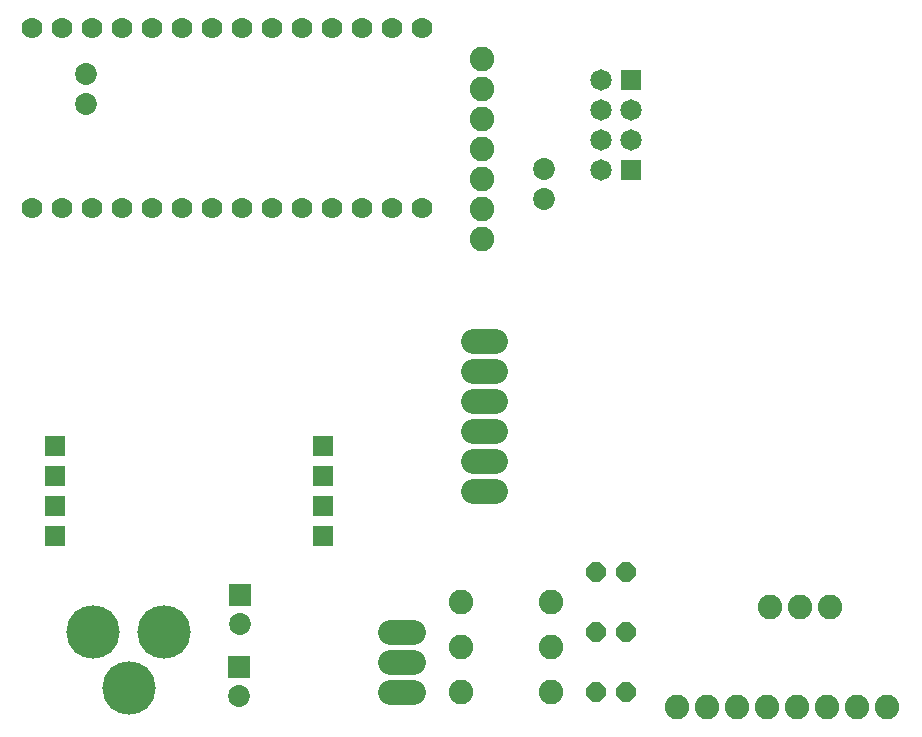
<source format=gts>
G04 EAGLE Gerber X2 export*
%TF.Part,Single*%
%TF.FileFunction,Other,Top Soldermask*%
%TF.FilePolarity,Positive*%
%TF.GenerationSoftware,Autodesk,EAGLE,9.1.1*%
%TF.CreationDate,2018-07-22T08:43:09Z*%
G75*
%MOMM*%
%FSLAX34Y34*%
%LPD*%
%AMOC8*
5,1,8,0,0,1.08239X$1,22.5*%
G01*
%ADD10R,1.854200X1.854200*%
%ADD11C,1.854200*%
%ADD12C,4.521200*%
%ADD13P,1.759533X8X22.500000*%
%ADD14C,2.082800*%
%ADD15C,2.082800*%
%ADD16C,1.778000*%
%ADD17R,1.712800X1.712800*%
%ADD18R,1.812800X1.812800*%
%ADD19C,1.812800*%


D10*
X200980Y120450D03*
D11*
X200980Y95450D03*
X71120Y561340D03*
X71120Y535940D03*
D12*
X137000Y88900D03*
X77000Y88900D03*
X107000Y41900D03*
D13*
X502600Y139700D03*
X528000Y139700D03*
X502600Y88900D03*
X528000Y88900D03*
X502600Y38100D03*
X528000Y38100D03*
D14*
X417068Y208280D02*
X398272Y208280D01*
X398272Y233680D02*
X417068Y233680D01*
X417068Y259080D02*
X398272Y259080D01*
X398272Y284480D02*
X417068Y284480D01*
X417068Y309880D02*
X398272Y309880D01*
X398272Y335280D02*
X417068Y335280D01*
D15*
X749300Y25400D03*
X723900Y25400D03*
X698500Y25400D03*
X673100Y25400D03*
X647700Y25400D03*
X622300Y25400D03*
X596900Y25400D03*
X571500Y25400D03*
X388300Y114300D03*
X464500Y114300D03*
X388300Y76200D03*
X464500Y76200D03*
X388300Y38100D03*
X464500Y38100D03*
X406400Y421640D03*
X406400Y447040D03*
X406400Y472440D03*
X406400Y497840D03*
X406400Y523240D03*
X406400Y548640D03*
X406400Y574040D03*
D16*
X25400Y448310D03*
X50800Y448310D03*
X76200Y448310D03*
X101600Y448310D03*
X127000Y448310D03*
X152400Y448310D03*
X177800Y448310D03*
X203200Y448310D03*
X228600Y448310D03*
X254000Y448310D03*
X279400Y448310D03*
X304800Y448310D03*
X330200Y448310D03*
X355600Y448310D03*
X355600Y600710D03*
X330200Y600710D03*
X304800Y600710D03*
X279400Y600710D03*
X254000Y600710D03*
X228600Y600710D03*
X203200Y600710D03*
X177800Y600710D03*
X152400Y600710D03*
X127000Y600710D03*
X101600Y600710D03*
X76200Y600710D03*
X50800Y600710D03*
X25400Y600710D03*
D17*
X271780Y246380D03*
X271780Y220980D03*
X271780Y195580D03*
X271780Y170180D03*
X44450Y246380D03*
X44450Y220980D03*
X44450Y195580D03*
X44450Y170180D03*
D18*
X532130Y556260D03*
D19*
X532130Y530860D03*
X532130Y505460D03*
X506730Y505460D03*
X506730Y530860D03*
X506730Y556260D03*
X506730Y480060D03*
D18*
X532130Y480060D03*
D15*
X650000Y110000D03*
X675400Y110000D03*
X700800Y110000D03*
D14*
X347218Y38100D02*
X328422Y38100D01*
X328422Y63500D02*
X347218Y63500D01*
X347218Y88900D02*
X328422Y88900D01*
D11*
X458470Y481330D03*
X458470Y455930D03*
D10*
X200660Y59490D03*
D11*
X200660Y34490D03*
M02*

</source>
